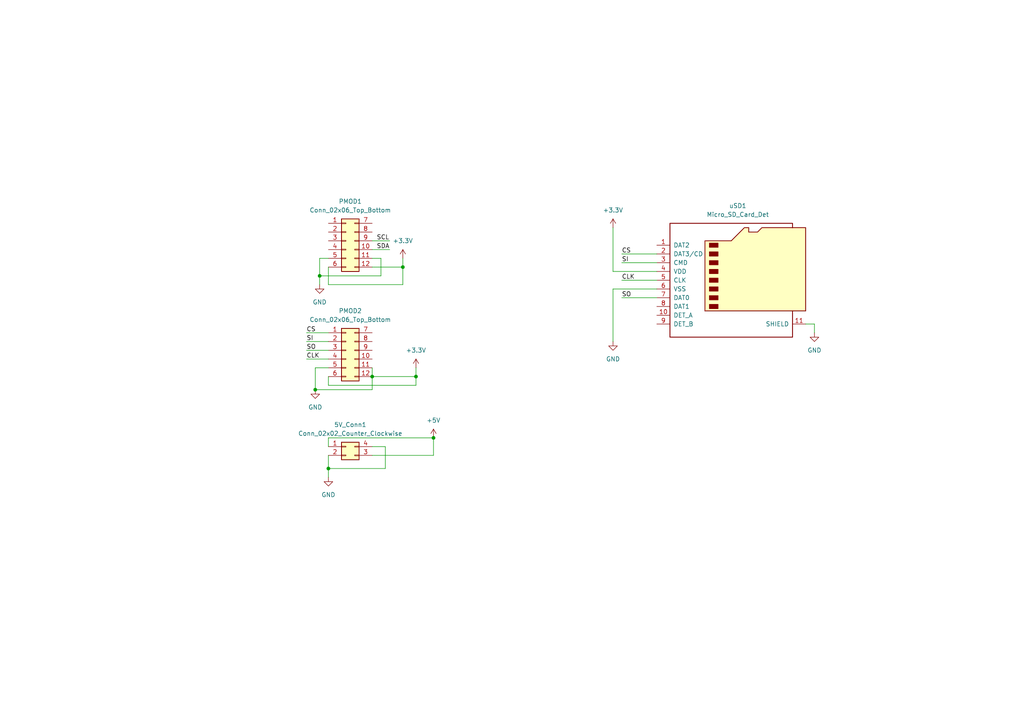
<source format=kicad_sch>
(kicad_sch (version 20211123) (generator eeschema)
  (paper "A4")
  (lib_symbols
    (symbol "Connector:Micro_SD_Card_Det" (pin_names (offset 1.016))
      (property "Reference" "J" (at -16.51 17.78 0))
      (property "Value" "Micro_SD_Card_Det" (at 16.51 17.78 0))
      (symbol "Micro_SD_Card_Det_0_1"
        (rectangle (start -7.62 -6.985) (end -5.08 -8.255) (fill (type outline)))
        (rectangle (start -7.62 -4.445) (end -5.08 -5.715) (fill (type outline)))
        (rectangle (start -7.62 -1.905) (end -5.08 -3.175) (fill (type outline)))
        (rectangle (start -7.62 0.635) (end -5.08 -0.635) (fill (type outline)))
        (rectangle (start -7.62 3.175) (end -5.08 1.905) (fill (type outline)))
        (rectangle (start -7.62 5.715) (end -5.08 4.445) (fill (type outline)))
        (rectangle (start -7.62 8.255) (end -5.08 6.985) (fill (type outline)))
        (rectangle (start -7.62 10.795) (end -5.08 9.525) (fill (type outline)))
        (polyline (pts (xy 16.51 15.24) (xy 16.51 16.51) (xy -19.05 16.51) (xy -19.05 -16.51) (xy 16.51 -16.51) (xy 16.51 -8.89)) (stroke (width 0.254)))
        (polyline (pts (xy -8.89 -8.89) (xy -8.89 11.43) (xy -1.27 11.43) (xy 2.54 15.24) (xy 3.81 15.24) (xy 3.81 13.97) (xy 6.35 13.97) (xy 7.62 15.24) (xy 20.32 15.24) (xy 20.32 -8.89) (xy -8.89 -8.89)) (stroke (width 0.254)) (fill (type background)))
      )
      (symbol "Micro_SD_Card_Det_1_1"
        (pin bidirectional line (at -22.86 10.16 0) (length 3.81) (name "DAT2") (number "1"))
        (pin passive line (at -22.86 -10.16 0) (length 3.81) (name "DET_A") (number "10"))
        (pin passive line (at 20.32 -12.7 180) (length 3.81) (name "SHIELD") (number "11"))
        (pin bidirectional line (at -22.86 7.62 0) (length 3.81) (name "DAT3/CD") (number "2"))
        (pin input line (at -22.86 5.08 0) (length 3.81) (name "CMD") (number "3"))
        (pin power_in line (at -22.86 2.54 0) (length 3.81) (name "VDD") (number "4"))
        (pin input line (at -22.86 0 0) (length 3.81) (name "CLK") (number "5"))
        (pin power_in line (at -22.86 -2.54 0) (length 3.81) (name "VSS") (number "6"))
        (pin bidirectional line (at -22.86 -5.08 0) (length 3.81) (name "DAT0") (number "7"))
        (pin bidirectional line (at -22.86 -7.62 0) (length 3.81) (name "DAT1") (number "8"))
        (pin passive line (at -22.86 -12.7 0) (length 3.81) (name "DET_B") (number "9"))
      )
    )
    (symbol "Connector_Generic:Conn_02x02_Counter_Clockwise" (pin_names (offset 1.016) hide)
      (property "Reference" "J" (at 1.27 2.54 0))
      (property "Value" "Conn_02x02_Counter_Clockwise" (at 1.27 -5.08 0))
      (symbol "Conn_02x02_Counter_Clockwise_1_1"
        (rectangle (start -1.27 -2.413) (end 0 -2.667) (stroke (width 0.1524)))
        (rectangle (start -1.27 0.127) (end 0 -0.127) (stroke (width 0.1524)))
        (rectangle (start -1.27 1.27) (end 3.81 -3.81) (stroke (width 0.254)) (fill (type background)))
        (rectangle (start 3.81 -2.413) (end 2.54 -2.667) (stroke (width 0.1524)))
        (rectangle (start 3.81 0.127) (end 2.54 -0.127) (stroke (width 0.1524)))
        (pin passive line (at -5.08 0 0) (length 3.81) (name "Pin_1") (number "1"))
        (pin passive line (at -5.08 -2.54 0) (length 3.81) (name "Pin_2") (number "2"))
        (pin passive line (at 7.62 -2.54 180) (length 3.81) (name "Pin_3") (number "3"))
        (pin passive line (at 7.62 0 180) (length 3.81) (name "Pin_4") (number "4"))
      )
    )
    (symbol "Connector_Generic:Conn_02x06_Top_Bottom" (pin_names (offset 1.016) hide)
      (property "Reference" "J" (at 1.27 7.62 0))
      (property "Value" "Conn_02x06_Top_Bottom" (at 1.27 -10.16 0))
      (symbol "Conn_02x06_Top_Bottom_1_1"
        (rectangle (start -1.27 -7.493) (end 0 -7.747) (stroke (width 0.1524)))
        (rectangle (start -1.27 -4.953) (end 0 -5.207) (stroke (width 0.1524)))
        (rectangle (start -1.27 -2.413) (end 0 -2.667) (stroke (width 0.1524)))
        (rectangle (start -1.27 0.127) (end 0 -0.127) (stroke (width 0.1524)))
        (rectangle (start -1.27 2.667) (end 0 2.413) (stroke (width 0.1524)))
        (rectangle (start -1.27 5.207) (end 0 4.953) (stroke (width 0.1524)))
        (rectangle (start -1.27 6.35) (end 3.81 -8.89) (stroke (width 0.254)) (fill (type background)))
        (rectangle (start 3.81 -7.493) (end 2.54 -7.747) (stroke (width 0.1524)))
        (rectangle (start 3.81 -4.953) (end 2.54 -5.207) (stroke (width 0.1524)))
        (rectangle (start 3.81 -2.413) (end 2.54 -2.667) (stroke (width 0.1524)))
        (rectangle (start 3.81 0.127) (end 2.54 -0.127) (stroke (width 0.1524)))
        (rectangle (start 3.81 2.667) (end 2.54 2.413) (stroke (width 0.1524)))
        (rectangle (start 3.81 5.207) (end 2.54 4.953) (stroke (width 0.1524)))
        (pin passive line (at -5.08 5.08 0) (length 3.81) (name "Pin_1") (number "1"))
        (pin passive line (at 7.62 -2.54 180) (length 3.81) (name "Pin_10") (number "10"))
        (pin passive line (at 7.62 -5.08 180) (length 3.81) (name "Pin_11") (number "11"))
        (pin passive line (at 7.62 -7.62 180) (length 3.81) (name "Pin_12") (number "12"))
        (pin passive line (at -5.08 2.54 0) (length 3.81) (name "Pin_2") (number "2"))
        (pin passive line (at -5.08 0 0) (length 3.81) (name "Pin_3") (number "3"))
        (pin passive line (at -5.08 -2.54 0) (length 3.81) (name "Pin_4") (number "4"))
        (pin passive line (at -5.08 -5.08 0) (length 3.81) (name "Pin_5") (number "5"))
        (pin passive line (at -5.08 -7.62 0) (length 3.81) (name "Pin_6") (number "6"))
        (pin passive line (at 7.62 5.08 180) (length 3.81) (name "Pin_7") (number "7"))
        (pin passive line (at 7.62 2.54 180) (length 3.81) (name "Pin_8") (number "8"))
        (pin passive line (at 7.62 0 180) (length 3.81) (name "Pin_9") (number "9"))
      )
    )
    (symbol "power:+3.3V" (power) (pin_names (offset 0))
      (property "Value" "+3.3V" (at 0 3.556 0))
      (symbol "+3.3V_0_1"
        (polyline (pts (xy -0.762 1.27) (xy 0 2.54)))
        (polyline (pts (xy 0 0) (xy 0 2.54)))
        (polyline (pts (xy 0 2.54) (xy 0.762 1.27)))
      )
      (symbol "+3.3V_1_1"
        (pin power_in line (at 0 0 90) (length 0) hide (name "+3.3V") (number "1"))
      )
    )
    (symbol "power:+5V" (power) (pin_names (offset 0))
      (property "Value" "+5V" (at 0 3.556 0))
      (symbol "+5V_0_1"
        (polyline (pts (xy -0.762 1.27) (xy 0 2.54)))
        (polyline (pts (xy 0 0) (xy 0 2.54)))
        (polyline (pts (xy 0 2.54) (xy 0.762 1.27)))
      )
      (symbol "+5V_1_1"
        (pin power_in line (at 0 0 90) (length 0) hide (name "+5V") (number "1"))
      )
    )
    (symbol "power:GND" (power) (pin_names (offset 0))
      (property "Value" "GND" (at 0 -3.81 0))
      (symbol "GND_0_1"
        (polyline (pts (xy 0 0) (xy 0 -1.27) (xy 1.27 -1.27) (xy 0 -2.54) (xy -1.27 -1.27) (xy 0 -1.27)))
      )
      (symbol "GND_1_1"
        (pin power_in line (at 0 0 270) (length 0) hide (name "GND") (number "1"))
      )
    )
  )
  (junction (at 92.71 80.01))
  (junction (at 120.65 109.22))
  (junction (at 125.73 127))
  (junction (at 91.44 113.03))
  (junction (at 107.95 109.22))
  (junction (at 116.84 77.47))
  (junction (at 95.25 135.89))
  (wire (pts (xy 190.5 76.2) (xy 180.34 76.2)))
  (wire (pts (xy 107.95 106.68) (xy 107.95 109.22)))
  (wire (pts (xy 95.25 109.22) (xy 95.25 111.76)))
  (wire (pts (xy 120.65 111.76) (xy 120.65 109.22)))
  (wire (pts (xy 233.68 93.98) (xy 236.22 93.98)))
  (wire (pts (xy 180.34 81.28) (xy 190.5 81.28)))
  (wire (pts (xy 92.71 80.01) (xy 92.71 74.93)))
  (wire (pts (xy 190.5 83.82) (xy 177.8 83.82)))
  (wire (pts (xy 110.49 74.93) (xy 110.49 80.01)))
  (wire (pts (xy 95.25 135.89) (xy 111.76 135.89)))
  (wire (pts (xy 116.84 77.47) (xy 107.95 77.47)))
  (wire (pts (xy 180.34 86.36) (xy 190.5 86.36)))
  (wire (pts (xy 95.25 135.89) (xy 95.25 138.43)))
  (wire (pts (xy 177.8 78.74) (xy 177.8 66.04)))
  (wire (pts (xy 111.76 135.89) (xy 111.76 129.54)))
  (wire (pts (xy 107.95 69.85) (xy 113.03 69.85)))
  (wire (pts (xy 107.95 109.22) (xy 107.95 113.03)))
  (wire (pts (xy 92.71 74.93) (xy 95.25 74.93)))
  (wire (pts (xy 120.65 106.68) (xy 120.65 109.22)))
  (wire (pts (xy 177.8 83.82) (xy 177.8 99.06)))
  (wire (pts (xy 88.9 96.52) (xy 95.25 96.52)))
  (wire (pts (xy 125.73 132.08) (xy 107.95 132.08)))
  (wire (pts (xy 95.25 129.54) (xy 95.25 127)))
  (wire (pts (xy 107.95 113.03) (xy 91.44 113.03)))
  (wire (pts (xy 95.25 82.55) (xy 116.84 82.55)))
  (wire (pts (xy 116.84 74.93) (xy 116.84 77.47)))
  (wire (pts (xy 107.95 72.39) (xy 113.03 72.39)))
  (wire (pts (xy 95.25 127) (xy 125.73 127)))
  (wire (pts (xy 236.22 93.98) (xy 236.22 96.52)))
  (wire (pts (xy 88.9 104.14) (xy 95.25 104.14)))
  (wire (pts (xy 91.44 106.68) (xy 95.25 106.68)))
  (wire (pts (xy 95.25 111.76) (xy 120.65 111.76)))
  (wire (pts (xy 190.5 78.74) (xy 177.8 78.74)))
  (wire (pts (xy 116.84 82.55) (xy 116.84 77.47)))
  (wire (pts (xy 180.34 73.66) (xy 190.5 73.66)))
  (wire (pts (xy 120.65 109.22) (xy 107.95 109.22)))
  (wire (pts (xy 88.9 99.06) (xy 95.25 99.06)))
  (wire (pts (xy 92.71 82.55) (xy 92.71 80.01)))
  (wire (pts (xy 95.25 77.47) (xy 95.25 82.55)))
  (wire (pts (xy 110.49 80.01) (xy 92.71 80.01)))
  (wire (pts (xy 107.95 74.93) (xy 110.49 74.93)))
  (wire (pts (xy 91.44 113.03) (xy 91.44 106.68)))
  (wire (pts (xy 88.9 101.6) (xy 95.25 101.6)))
  (wire (pts (xy 111.76 129.54) (xy 107.95 129.54)))
  (wire (pts (xy 125.73 127) (xy 125.73 132.08)))
  (wire (pts (xy 95.25 135.89) (xy 95.25 132.08)))
  (label "CLK" (at 88.9 104.14 0))
  (label "SI" (at 88.9 99.06 0))
  (label "SI" (at 180.34 76.2 0))
  (label "SO" (at 88.9 101.6 0))
  (label "CS" (at 180.34 73.66 0))
  (label "SCL" (at 109.22 69.85 0))
  (label "SO" (at 180.34 86.36 0))
  (label "CLK" (at 180.34 81.28 0))
  (label "CS" (at 88.9 96.52 0))
  (label "SDA" (at 109.22 72.39 0))
  (symbol (lib_id "power:GND") (at 177.8 99.06 0) (unit 1)
    (property "Reference" "#PWR0109" (effects hide))
    (property "Value" "GND" (at 177.8 104.14 0))
  )
  (symbol (lib_id "power:GND") (at 95.25 138.43 0) (unit 1)
    (property "Reference" "#PWR0101" (effects hide))
    (property "Value" "GND" (at 95.25 143.51 0))
  )
  (symbol (lib_id "power:+3.3V") (at 177.8 66.04 0) (unit 1)
    (property "Reference" "#PWR0106" (effects hide))
    (property "Value" "+3.3V" (at 177.8 60.96 0))
  )
  (symbol (lib_id "Connector_Generic:Conn_02x06_Top_Bottom") (at 100.33 101.6 0) (unit 1)
    (property "Reference" "PMOD2" (at 101.6 90.17 0))
    (property "Value" "Conn_02x06_Top_Bottom" (at 101.6 92.71 0))
    (property "Footprint" "Connector_PinHeader_2.54mm:PinHeader_2x06_P2.54mm_Horizontal" (effects hide))
  )
  (symbol (lib_id "Connector_Generic:Conn_02x02_Counter_Clockwise") (at 100.33 129.54 0) (unit 1)
    (property "Reference" "5V_Conn1" (at 101.6 123.19 0))
    (property "Value" "Conn_02x02_Counter_Clockwise" (at 101.6 125.73 0))
    (property "Footprint" "Connector_PinHeader_2.54mm:PinHeader_2x02_P2.54mm_Horizontal" (effects hide))
  )
  (symbol (lib_id "Connector:Micro_SD_Card_Det") (at 213.36 81.28 0) (unit 1)
    (property "Reference" "uSD1" (at 213.995 59.69 0))
    (property "Value" "Micro_SD_Card_Det" (at 213.995 62.23 0))
    (property "Footprint" "Connector_Card:microSD_HC_Molex_104031-0811" (effects hide))
    (property "Datasheet" "https://www.hirose.com/product/en/download_file/key_name/DM3/category/Catalog/doc_file_id/49662/?file_category_id=4&item_id=195&is_series=1" (effects hide))
    (property "Link" "https://www.mouser.com/ProductDetail/Molex/104031-0811?qs=udsGRKD4nA3Tvy7wqky%252BuA%3D%3D" (effects hide))
  )
  (symbol (lib_id "Connector_Generic:Conn_02x06_Top_Bottom") (at 100.33 69.85 0) (unit 1)
    (property "Reference" "PMOD1" (at 101.6 58.42 0))
    (property "Value" "Conn_02x06_Top_Bottom" (at 101.6 60.96 0))
    (property "Footprint" "Connector_PinHeader_2.54mm:PinHeader_2x06_P2.54mm_Horizontal" (effects hide))
  )
  (symbol (lib_id "power:GND") (at 236.22 96.52 0) (unit 1)
    (property "Reference" "#PWR0108" (effects hide))
    (property "Value" "GND" (at 236.22 101.6 0))
  )
  (symbol (lib_id "power:GND") (at 92.71 82.55 0) (unit 1)
    (property "Reference" "#PWR0107" (effects hide))
    (property "Value" "GND" (at 92.71 87.63 0))
  )
  (symbol (lib_id "power:+3.3V") (at 116.84 74.93 0) (unit 1)
    (property "Reference" "#PWR0105" (effects hide))
    (property "Value" "+3.3V" (at 116.84 69.85 0))
  )
  (symbol (lib_id "power:+3.3V") (at 120.65 106.68 0) (unit 1)
    (property "Reference" "#PWR0103" (effects hide))
    (property "Value" "+3.3V" (at 120.65 101.6 0))
  )
  (symbol (lib_id "power:+5V") (at 125.73 127 0) (unit 1)
    (property "Reference" "#PWR0104" (effects hide))
    (property "Value" "+5V" (at 125.73 121.92 0))
  )
  (symbol (lib_id "power:GND") (at 91.44 113.03 0) (unit 1)
    (property "Reference" "#PWR0102" (effects hide))
    (property "Value" "GND" (at 91.44 118.11 0))
  )
)
</source>
